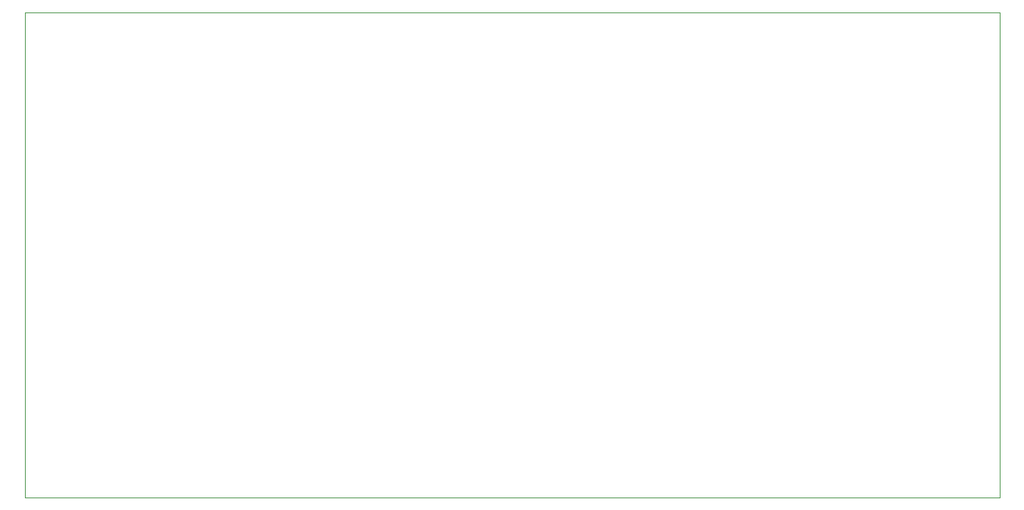
<source format=gbr>
%TF.GenerationSoftware,KiCad,Pcbnew,7.0.11+dfsg-1build4*%
%TF.CreationDate,2024-07-19T16:51:39+02:00*%
%TF.ProjectId,antmicro-poe-to-usbc-pd-adapter,616e746d-6963-4726-9f2d-706f652d746f,rev?*%
%TF.SameCoordinates,Original*%
%TF.FileFunction,Profile,NP*%
%FSLAX46Y46*%
G04 Gerber Fmt 4.6, Leading zero omitted, Abs format (unit mm)*
G04 Created by KiCad (PCBNEW 7.0.11+dfsg-1build4) date 2024-07-19 16:51:39 commit  9a9195e *
%MOMM*%
%LPD*%
G01*
G04 APERTURE LIST*
%TA.AperFunction,Profile*%
%ADD10C,0.050000*%
%TD*%
G04 APERTURE END LIST*
D10*
X128500000Y-124000000D02*
X240900000Y-124000000D01*
X240900000Y-180000000D01*
X128500000Y-180000000D01*
X128500000Y-124000000D01*
M02*

</source>
